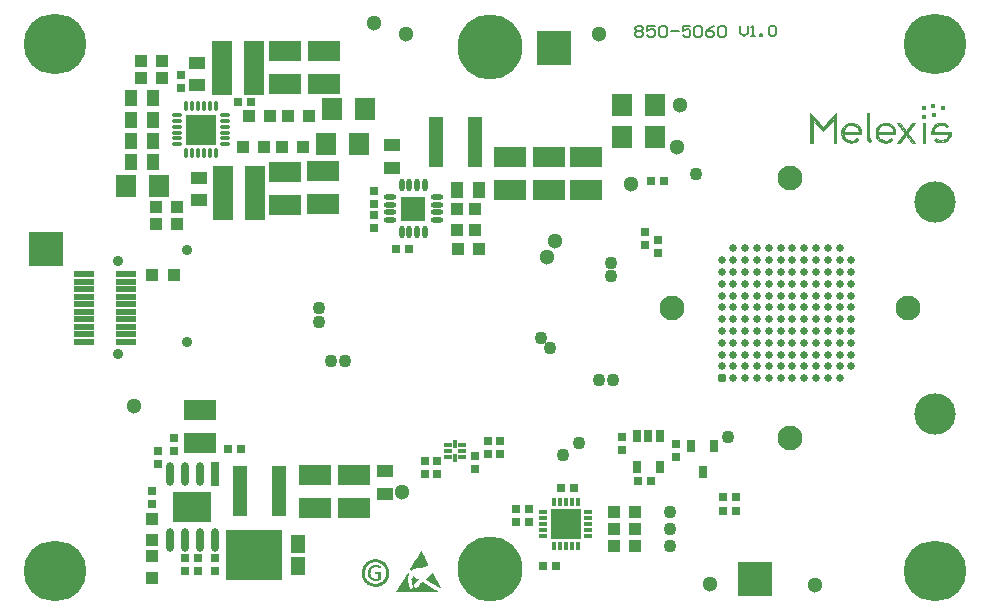
<source format=gts>
G04 Layer_Color=8388736*
%FSLAX44Y44*%
%MOMM*%
G71*
G01*
G75*
%ADD53C,0.2000*%
%ADD94C,0.1016*%
%ADD95R,3.2500X2.5500*%
%ADD96R,3.0000X3.0000*%
%ADD97R,0.3302X0.3302*%
%ADD98R,2.8000X1.7000*%
%ADD99R,0.7000X0.7000*%
%ADD100R,1.0000X1.1000*%
%ADD101R,0.7000X2.0000*%
%ADD102O,0.7000X2.0000*%
%ADD103R,1.2500X1.5500*%
%ADD104R,4.7500X4.2500*%
%ADD105R,0.7000X0.7000*%
%ADD106R,1.7000X0.5000*%
%ADD107R,1.7000X0.5000*%
%ADD108R,1.1000X1.0000*%
%ADD109R,1.3000X4.3000*%
%ADD110R,1.1000X1.4000*%
%ADD111R,1.7000X4.6000*%
%ADD112R,2.5000X2.5000*%
%ADD113O,0.9000X0.3500*%
%ADD114O,0.3500X0.9000*%
%ADD115R,1.4000X1.1000*%
%ADD116R,2.0500X2.0500*%
%ADD117O,0.4500X1.1000*%
%ADD118O,1.1000X0.4500*%
%ADD119C,1.1000*%
%ADD120R,1.7000X1.9000*%
%ADD121R,0.8000X1.1000*%
%ADD122R,0.8000X1.1000*%
%ADD123R,0.6500X0.3500*%
%ADD124R,0.3500X0.6500*%
%ADD125R,0.7500X0.3500*%
%ADD126R,0.3500X0.7500*%
%ADD127R,2.5500X2.5500*%
%ADD128R,0.7500X1.0000*%
%ADD129C,0.6400*%
G04:AMPARAMS|DCode=130|XSize=0.7mm|YSize=0.7mm|CornerRadius=0.2mm|HoleSize=0mm|Usage=FLASHONLY|Rotation=0.000|XOffset=0mm|YOffset=0mm|HoleType=Round|Shape=RoundedRectangle|*
%AMROUNDEDRECTD130*
21,1,0.7000,0.3000,0,0,0.0*
21,1,0.3000,0.7000,0,0,0.0*
1,1,0.4000,0.1500,-0.1500*
1,1,0.4000,-0.1500,-0.1500*
1,1,0.4000,-0.1500,0.1500*
1,1,0.4000,0.1500,0.1500*
%
%ADD130ROUNDEDRECTD130*%
%ADD131O,5.3000X5.1000*%
%ADD132C,5.5000*%
%ADD133C,1.3000*%
%ADD134C,0.9000*%
%ADD135C,2.1000*%
%ADD136C,3.5000*%
G36*
X326443Y25563D02*
X326581Y25517D01*
X326764Y25379D01*
X326993Y25242D01*
X327451Y24967D01*
X327635Y24829D01*
X327726Y24692D01*
X327681Y24600D01*
X327543Y24371D01*
X327360Y24004D01*
X327131Y23500D01*
X326902Y22905D01*
X326627Y22263D01*
X326398Y21576D01*
X326214Y20889D01*
Y20797D01*
Y20660D01*
Y20522D01*
X326260Y20293D01*
X326306Y20018D01*
Y19697D01*
X326398Y19377D01*
X326443Y18964D01*
X326535Y18506D01*
X326627Y18002D01*
X326764Y17452D01*
X326947Y16902D01*
X327085Y16261D01*
X327543Y14840D01*
X327910Y13420D01*
Y13374D01*
X327955Y13282D01*
X328001Y13099D01*
X328093Y12916D01*
X328276Y12595D01*
X328368Y12457D01*
X328459Y12412D01*
X329330Y12091D01*
X329788D01*
X329834Y12137D01*
X329972Y12183D01*
X330063Y12320D01*
X330201Y12503D01*
X330338Y12824D01*
X330430Y13237D01*
X330476Y13786D01*
Y14015D01*
Y14107D01*
Y14290D01*
X330430Y14611D01*
X330384Y15023D01*
X330247Y15436D01*
X330109Y15894D01*
X329880Y16307D01*
X329559Y16673D01*
Y16719D01*
X329605Y16856D01*
Y17040D01*
X329651Y17269D01*
X329697Y17773D01*
X329742Y18002D01*
Y18185D01*
Y18323D01*
Y18369D01*
Y18506D01*
X329697Y18689D01*
Y18964D01*
X329605Y19285D01*
X329513Y19651D01*
X329376Y20064D01*
X329193Y20522D01*
X329284Y20568D01*
X329468Y20751D01*
X329742Y21026D01*
X330063Y21347D01*
X330430Y21714D01*
X330705Y22126D01*
X330934Y22492D01*
X331071Y22813D01*
X331209D01*
X331300Y22722D01*
X331392Y22630D01*
X331575Y22492D01*
X332079Y22126D01*
X332675Y21668D01*
X333362Y21209D01*
X334050Y20797D01*
X334783Y20431D01*
X335470Y20155D01*
Y20018D01*
X335424Y19926D01*
X335287Y19789D01*
X335058Y19514D01*
X334874Y19331D01*
X334645Y19102D01*
X334370Y18781D01*
X334050Y18460D01*
X333683Y18094D01*
X333225Y17635D01*
X332721Y17131D01*
X332125Y16581D01*
Y16536D01*
X332079Y16444D01*
X332034Y16261D01*
X331942Y16077D01*
X331804Y15665D01*
X331759Y15482D01*
Y15298D01*
Y13924D01*
Y13878D01*
X331804Y13786D01*
X331850Y13741D01*
X332217Y13237D01*
X332583Y12961D01*
X333087D01*
X333271Y13007D01*
X333546Y13099D01*
X333866Y13237D01*
X334187Y13374D01*
X334508Y13557D01*
X334829Y13741D01*
X335012Y14015D01*
X335562Y14840D01*
Y14886D01*
X335608Y14932D01*
X335837Y15207D01*
X336112Y15619D01*
X336524Y16123D01*
X336982Y16627D01*
X337532Y17223D01*
X338174Y17727D01*
X338815Y18185D01*
X338861Y18139D01*
X338953Y18094D01*
X339182Y17956D01*
X339411Y17819D01*
X339732Y17635D01*
X340098Y17406D01*
X340510Y17131D01*
X341015Y16811D01*
X342068Y16169D01*
X343260Y15436D01*
X344497Y14657D01*
X345826Y13832D01*
X347109Y13007D01*
X348392Y12228D01*
X349583Y11495D01*
X350637Y10808D01*
X351095Y10533D01*
X351508Y10258D01*
X351920Y10029D01*
X352241Y9800D01*
X352470Y9617D01*
X352653Y9525D01*
X352791Y9433D01*
X352836Y9388D01*
Y9296D01*
X316683D01*
X316592Y9342D01*
X316500Y9388D01*
X316454Y9525D01*
X326306Y25608D01*
X326398D01*
X326443Y25563D01*
D02*
G37*
G36*
X299811Y37229D02*
X300246Y37181D01*
X300729Y37084D01*
X301260Y36988D01*
X301840Y36843D01*
X302516Y36649D01*
X303144Y36456D01*
X303869Y36166D01*
X304545Y35828D01*
X305270Y35442D01*
X305946Y34959D01*
X306623Y34475D01*
X307299Y33847D01*
X307347Y33799D01*
X307444Y33702D01*
X307637Y33509D01*
X307830Y33219D01*
X308072Y32881D01*
X308362Y32495D01*
X308700Y32060D01*
X309038Y31528D01*
X309328Y30949D01*
X309666Y30321D01*
X309956Y29644D01*
X310198Y28920D01*
X310391Y28098D01*
X310584Y27277D01*
X310681Y26456D01*
X310729Y25538D01*
Y25489D01*
Y25345D01*
Y25055D01*
X310681Y24717D01*
X310632Y24282D01*
X310536Y23799D01*
X310439Y23267D01*
X310294Y22639D01*
X310101Y22011D01*
X309908Y21335D01*
X309618Y20659D01*
X309280Y19934D01*
X308893Y19209D01*
X308410Y18533D01*
X307927Y17856D01*
X307299Y17180D01*
X307251Y17132D01*
X307154Y17035D01*
X306961Y16890D01*
X306671Y16649D01*
X306333Y16407D01*
X305946Y16117D01*
X305511Y15827D01*
X304980Y15489D01*
X304400Y15199D01*
X303772Y14861D01*
X303096Y14571D01*
X302371Y14330D01*
X301550Y14088D01*
X300729Y13943D01*
X299907Y13847D01*
X298990Y13798D01*
X298506D01*
X298168Y13847D01*
X297733Y13895D01*
X297250Y13992D01*
X296719Y14088D01*
X296139Y14233D01*
X295463Y14378D01*
X294835Y14620D01*
X294110Y14909D01*
X293434Y15248D01*
X292709Y15634D01*
X292033Y16069D01*
X291356Y16600D01*
X290680Y17180D01*
X290632Y17228D01*
X290535Y17325D01*
X290342Y17518D01*
X290149Y17808D01*
X289907Y18146D01*
X289617Y18533D01*
X289279Y18968D01*
X288989Y19499D01*
X288651Y20079D01*
X288313Y20707D01*
X288023Y21431D01*
X287781Y22156D01*
X287588Y22929D01*
X287395Y23750D01*
X287298Y24620D01*
X287250Y25538D01*
Y25586D01*
Y25779D01*
Y26021D01*
X287298Y26359D01*
X287347Y26794D01*
X287443Y27277D01*
X287540Y27808D01*
X287685Y28388D01*
X287878Y29065D01*
X288071Y29693D01*
X288361Y30417D01*
X288699Y31094D01*
X289086Y31818D01*
X289569Y32495D01*
X290100Y33171D01*
X290680Y33847D01*
X290728Y33896D01*
X290825Y33992D01*
X291018Y34186D01*
X291308Y34379D01*
X291646Y34620D01*
X292033Y34910D01*
X292468Y35248D01*
X292999Y35587D01*
X293579Y35876D01*
X294207Y36214D01*
X294883Y36504D01*
X295656Y36746D01*
X296429Y36939D01*
X297250Y37132D01*
X298072Y37229D01*
X298990Y37277D01*
X299473D01*
X299811Y37229D01*
D02*
G37*
G36*
X337990Y44212D02*
X338036Y44166D01*
X338082Y44074D01*
X338174Y43891D01*
X338311Y43616D01*
X338494Y43250D01*
X338723Y42791D01*
X339044Y42196D01*
X339411Y41417D01*
X339869Y40500D01*
X340144Y39996D01*
X340465Y39446D01*
X340785Y38805D01*
X341106Y38118D01*
X341473Y37430D01*
X341885Y36651D01*
X342343Y35781D01*
X342802Y34910D01*
X343260Y33948D01*
X343810Y32940D01*
Y32894D01*
X343764Y32802D01*
X343672Y32665D01*
X343535Y32482D01*
X343397Y32207D01*
X343122Y31978D01*
X342847Y31703D01*
X342481Y31428D01*
X342023Y31107D01*
X341519Y30832D01*
X340877Y30603D01*
X340144Y30374D01*
X339319Y30145D01*
X338403Y30007D01*
X337349Y29915D01*
X336157Y29870D01*
X335699D01*
X335378Y29824D01*
X335012Y29778D01*
X334554Y29732D01*
X334095Y29641D01*
X333546Y29549D01*
X332446Y29228D01*
X331300Y28770D01*
X330751Y28495D01*
X330247Y28174D01*
X329742Y27762D01*
X329330Y27304D01*
X329284Y27350D01*
X329147Y27441D01*
X328964Y27533D01*
X328734Y27716D01*
X328230Y28037D01*
X328047Y28220D01*
X327910Y28358D01*
X327955Y28403D01*
X328001Y28541D01*
X328139Y28724D01*
X328322Y29045D01*
X328551Y29366D01*
X328780Y29824D01*
X329101Y30282D01*
X329422Y30786D01*
X329788Y31382D01*
X330155Y31978D01*
X330980Y33306D01*
X331850Y34727D01*
X332767Y36193D01*
X333683Y37659D01*
X334554Y39126D01*
X335378Y40455D01*
X336112Y41646D01*
X336478Y42196D01*
X336753Y42700D01*
X337028Y43112D01*
X337257Y43479D01*
X337486Y43800D01*
X337624Y44029D01*
X337715Y44212D01*
X337761Y44258D01*
X337990D01*
Y44212D01*
D02*
G37*
G36*
X354715Y12412D02*
X354669D01*
X354624Y12366D01*
X354578Y12274D01*
X354532D01*
X354440Y12366D01*
X354303Y12457D01*
X354074Y12549D01*
X353799Y12732D01*
X353478Y12916D01*
X352699Y13328D01*
X351828Y13878D01*
X350775Y14474D01*
X349675Y15115D01*
X348529Y15757D01*
X347384Y16444D01*
X346284Y17085D01*
X345184Y17727D01*
X344176Y18323D01*
X343352Y18827D01*
X342939Y19102D01*
X342618Y19285D01*
X342343Y19468D01*
X342114Y19606D01*
X341931Y19743D01*
X341794Y19835D01*
Y20155D01*
X343993Y21943D01*
X344039Y21988D01*
X344176Y22126D01*
X344360Y22355D01*
X344589Y22676D01*
X344909Y23088D01*
X345276Y23592D01*
X345688Y24234D01*
X346101Y24921D01*
X347613Y25379D01*
X354715Y12412D01*
D02*
G37*
%LPC*%
G36*
X298990Y34717D02*
X298603D01*
X298361Y34669D01*
X298023Y34620D01*
X297637Y34572D01*
X296767Y34379D01*
X295704Y34041D01*
X294641Y33557D01*
X294062Y33268D01*
X293530Y32929D01*
X292999Y32495D01*
X292468Y32011D01*
X292419Y31963D01*
X292371Y31867D01*
X292226Y31722D01*
X292033Y31528D01*
X291840Y31287D01*
X291646Y30949D01*
X291405Y30610D01*
X291163Y30176D01*
X290632Y29258D01*
X290245Y28147D01*
X289907Y26890D01*
X289859Y26214D01*
X289811Y25538D01*
Y25489D01*
Y25393D01*
Y25151D01*
X289859Y24910D01*
X289907Y24572D01*
X289955Y24185D01*
X290149Y23315D01*
X290438Y22253D01*
X290922Y21190D01*
X291260Y20610D01*
X291598Y20079D01*
X291985Y19547D01*
X292468Y19016D01*
X292516Y18968D01*
X292612Y18919D01*
X292757Y18774D01*
X292951Y18581D01*
X293192Y18388D01*
X293530Y18195D01*
X293869Y17953D01*
X294303Y17711D01*
X295270Y17180D01*
X296381Y16794D01*
X297637Y16455D01*
X298265Y16407D01*
X298990Y16359D01*
X299376D01*
X299618Y16407D01*
X299956Y16455D01*
X300342Y16504D01*
X301212Y16697D01*
X302226Y16987D01*
X303337Y17470D01*
X303869Y17808D01*
X304400Y18146D01*
X304932Y18533D01*
X305463Y19016D01*
X305511Y19064D01*
X305560Y19161D01*
X305705Y19306D01*
X305898Y19499D01*
X306091Y19741D01*
X306333Y20079D01*
X306574Y20417D01*
X306816Y20852D01*
X307299Y21818D01*
X307734Y22929D01*
X308072Y24185D01*
X308120Y24813D01*
X308169Y25538D01*
Y25586D01*
Y25683D01*
Y25924D01*
X308120Y26166D01*
X308072Y26504D01*
X308024Y26890D01*
X307830Y27760D01*
X307492Y28775D01*
X307009Y29838D01*
X306719Y30417D01*
X306381Y30949D01*
X305946Y31480D01*
X305463Y32011D01*
X305415Y32060D01*
X305366Y32108D01*
X305173Y32253D01*
X304980Y32446D01*
X304739Y32640D01*
X304400Y32881D01*
X304062Y33123D01*
X303676Y33364D01*
X302710Y33847D01*
X301598Y34282D01*
X300342Y34620D01*
X299714Y34669D01*
X298990Y34717D01*
D02*
G37*
%LPD*%
G36*
X300197Y32156D02*
X300729Y32060D01*
X300874D01*
X301164Y32011D01*
X301550Y31915D01*
X301985Y31770D01*
X302033D01*
X302081Y31722D01*
X302275Y31673D01*
X302565Y31528D01*
X302806Y31384D01*
X302854D01*
X302999Y31287D01*
X303144Y31190D01*
X303289Y31094D01*
X303337D01*
X303386Y30997D01*
X303482Y30755D01*
Y30707D01*
X303531Y30610D01*
Y30466D01*
Y30176D01*
Y30127D01*
Y30079D01*
X303482Y29789D01*
Y29741D01*
Y29693D01*
X303434Y29499D01*
Y29451D01*
X303337Y29354D01*
X303289D01*
X303193Y29306D01*
X303144D01*
X303096Y29354D01*
X302951Y29403D01*
X302758Y29499D01*
X302710Y29548D01*
X302565Y29644D01*
X302323Y29741D01*
X301985Y29886D01*
X301888Y29934D01*
X301647Y30031D01*
X301308Y30176D01*
X300825Y30272D01*
X300777D01*
X300729Y30321D01*
X300584D01*
X300390Y30369D01*
X299907Y30417D01*
X299231Y30466D01*
X298845D01*
X298603Y30417D01*
X297975Y30321D01*
X297299Y30079D01*
X297250D01*
X297154Y30031D01*
X297009Y29934D01*
X296815Y29838D01*
X296381Y29548D01*
X295898Y29113D01*
Y29065D01*
X295801Y29016D01*
X295704Y28871D01*
X295560Y28678D01*
X295270Y28195D01*
X294980Y27567D01*
Y27519D01*
X294931Y27422D01*
X294883Y27229D01*
X294835Y26987D01*
X294786Y26649D01*
X294738Y26311D01*
X294690Y25538D01*
Y25489D01*
Y25345D01*
Y25103D01*
X294738Y24813D01*
X294835Y24137D01*
X295028Y23412D01*
Y23364D01*
X295076Y23267D01*
X295173Y23074D01*
X295270Y22881D01*
X295560Y22349D01*
X295946Y21818D01*
X295994Y21770D01*
X296043Y21721D01*
X296187Y21625D01*
X296381Y21480D01*
X296815Y21142D01*
X297395Y20852D01*
X297444D01*
X297540Y20803D01*
X297733Y20755D01*
X297927Y20707D01*
X298506Y20610D01*
X299231Y20562D01*
X299618D01*
X299956Y20610D01*
X300390Y20707D01*
X300439D01*
X300487Y20755D01*
X300729Y20803D01*
X301067Y20948D01*
X301453Y21093D01*
Y24620D01*
X298410D01*
X298361Y24668D01*
X298313Y24765D01*
Y24813D01*
X298265Y24862D01*
X298216Y25055D01*
Y25103D01*
Y25151D01*
Y25441D01*
Y25489D01*
Y25538D01*
Y25779D01*
Y25828D01*
X298265Y25876D01*
Y25973D01*
X298313Y26021D01*
X298361Y26069D01*
X298410Y26166D01*
X298458Y26214D01*
X303048D01*
X303193Y26166D01*
X303337Y26069D01*
X303386Y26021D01*
X303434Y25924D01*
X303482Y25779D01*
X303531Y25489D01*
Y20417D01*
Y20369D01*
Y20272D01*
X303434Y19982D01*
Y19934D01*
X303386Y19885D01*
X303289Y19789D01*
X303096Y19741D01*
X303048Y19692D01*
X302854Y19644D01*
X302565Y19499D01*
X302226Y19354D01*
X302130D01*
X301936Y19257D01*
X301598Y19161D01*
X301212Y19064D01*
X301115D01*
X300922Y19016D01*
X300584Y18968D01*
X300197Y18871D01*
X299859D01*
X299521Y18823D01*
X298893D01*
X298603Y18871D01*
X298216D01*
X297782Y18919D01*
X297347Y19016D01*
X296381Y19306D01*
X296332D01*
X296187Y19402D01*
X295946Y19499D01*
X295656Y19644D01*
X294980Y20079D01*
X294255Y20610D01*
X294207Y20659D01*
X294110Y20755D01*
X293965Y20948D01*
X293772Y21190D01*
X293579Y21480D01*
X293337Y21866D01*
X292951Y22687D01*
Y22736D01*
X292902Y22881D01*
X292806Y23171D01*
X292757Y23509D01*
X292661Y23895D01*
X292564Y24378D01*
X292516Y24862D01*
Y25441D01*
Y25489D01*
Y25683D01*
X292564Y25973D01*
Y26359D01*
X292612Y26794D01*
X292709Y27229D01*
X292999Y28195D01*
X293047Y28243D01*
X293096Y28437D01*
X293192Y28678D01*
X293386Y28968D01*
X293820Y29644D01*
X294400Y30369D01*
X294448Y30417D01*
X294545Y30514D01*
X294738Y30707D01*
X294980Y30900D01*
X295270Y31094D01*
X295656Y31335D01*
X296477Y31722D01*
X296526D01*
X296671Y31818D01*
X296961Y31867D01*
X297299Y31963D01*
X297685Y32060D01*
X298168Y32108D01*
X298651Y32205D01*
X299714D01*
X300197Y32156D01*
D02*
G37*
D53*
X519000Y487331D02*
X520666Y488997D01*
X523998D01*
X525664Y487331D01*
Y485664D01*
X523998Y483998D01*
X525664Y482332D01*
Y480666D01*
X523998Y479000D01*
X520666D01*
X519000Y480666D01*
Y482332D01*
X520666Y483998D01*
X519000Y485664D01*
Y487331D01*
X520666Y483998D02*
X523998D01*
X535661Y488997D02*
X528997D01*
Y483998D01*
X532329Y485664D01*
X533995D01*
X535661Y483998D01*
Y480666D01*
X533995Y479000D01*
X530663D01*
X528997Y480666D01*
X538994Y487331D02*
X540660Y488997D01*
X543992D01*
X545658Y487331D01*
Y480666D01*
X543992Y479000D01*
X540660D01*
X538994Y480666D01*
Y487331D01*
X548990Y483998D02*
X555655D01*
X565652Y488997D02*
X558987D01*
Y483998D01*
X562319Y485664D01*
X563985D01*
X565652Y483998D01*
Y480666D01*
X563985Y479000D01*
X560653D01*
X558987Y480666D01*
X568984Y487331D02*
X570650Y488997D01*
X573982D01*
X575648Y487331D01*
Y480666D01*
X573982Y479000D01*
X570650D01*
X568984Y480666D01*
Y487331D01*
X585645Y488997D02*
X582313Y487331D01*
X578981Y483998D01*
Y480666D01*
X580647Y479000D01*
X583979D01*
X585645Y480666D01*
Y482332D01*
X583979Y483998D01*
X578981D01*
X588978Y487331D02*
X590644Y488997D01*
X593976D01*
X595642Y487331D01*
Y480666D01*
X593976Y479000D01*
X590644D01*
X588978Y480666D01*
Y487331D01*
X608000Y488997D02*
Y482999D01*
X610999Y480000D01*
X613998Y482999D01*
Y488997D01*
X616997Y480000D02*
X619996D01*
X618497D01*
Y488997D01*
X616997Y487498D01*
X624495Y480000D02*
Y481499D01*
X625994D01*
Y480000D01*
X624495D01*
X631992Y487498D02*
X633492Y488997D01*
X636491D01*
X637990Y487498D01*
Y481499D01*
X636491Y480000D01*
X633492D01*
X631992Y481499D01*
Y487498D01*
D94*
X668496Y389722D02*
X669258D01*
Y409280D01*
X669766D01*
X670020Y409026D01*
X677894Y401660D01*
X686784Y409280D01*
X678148Y399882D02*
X686784Y409280D01*
X677894Y399374D02*
X678148Y399882D01*
X669766Y408518D02*
X677894Y399374D01*
X669766Y408518D02*
Y408772D01*
X669258Y409788D02*
X669766Y408772D01*
X669004Y409534D02*
X669258Y409788D01*
X669004Y409534D02*
X677894Y400136D01*
X687038Y410042D01*
Y389976D02*
Y410042D01*
Y389976D02*
X687546D01*
Y389722D02*
Y389976D01*
X686784Y389722D02*
X687546D01*
X686784D02*
Y411566D01*
X687546D01*
X677894Y400898D02*
X687546Y411566D01*
X669004Y410550D02*
X677894Y400898D01*
X668750Y410550D02*
X669004D01*
X668750D02*
Y411566D01*
X669004D01*
Y389722D02*
Y411566D01*
X668242Y389722D02*
X669004D01*
X668242D02*
Y390230D01*
X667480D02*
X668242D01*
X667480Y389722D02*
Y390230D01*
Y389722D02*
X668242D01*
Y412836D01*
X667988D02*
X668242D01*
X667988D02*
X677894Y401914D01*
X687546Y412582D01*
Y389722D02*
Y412582D01*
Y389722D02*
X688308D01*
Y414360D01*
X677894Y402676D02*
X688308Y414360D01*
X667480D02*
X677894Y402676D01*
X667480Y389722D02*
Y414360D01*
X723360Y395564D02*
X723614Y395310D01*
X724376Y394294D01*
X724884Y393532D01*
X725392Y393278D01*
X726154Y392516D01*
X727170Y391754D01*
X728440Y391246D01*
X729710Y390992D01*
X732504Y391246D01*
X734536Y392008D01*
X735298Y392770D01*
X735806Y392262D01*
X735298Y391754D02*
X735806Y392262D01*
X734282Y391246D02*
X735298Y391754D01*
X733266Y390992D02*
X734282Y391246D01*
X732504Y390484D02*
X733266Y390992D01*
X729456Y390484D02*
X732504D01*
X728694Y390738D02*
X729456Y390484D01*
X727678Y390992D02*
X728694Y390738D01*
X726408Y391754D02*
X727678Y390992D01*
X724884Y392770D02*
X726408Y391754D01*
X724122Y393786D02*
X724884Y392770D01*
X723868Y393786D02*
X724122D01*
X723360Y394548D02*
X723868Y393786D01*
X723360Y394548D02*
X724376Y394802D01*
X723360Y395564D02*
X724376Y394802D01*
X722852Y396326D02*
X723360Y395564D01*
X722852Y396326D02*
X723106Y396580D01*
X724376Y395310D01*
X723868Y396580D02*
X724376Y395310D01*
X723360Y397342D02*
X723868Y396580D01*
X723106Y398866D02*
X723360Y397342D01*
X723106Y398866D02*
Y400390D01*
X723614Y401406D01*
X724122Y402676D01*
X724884Y403692D01*
X725646Y404200D01*
X726662Y405216D01*
X727932Y405470D01*
X729456Y405978D01*
X733012D01*
X733520Y405470D01*
X734790Y404962D01*
X735552Y404200D01*
X737076Y402930D01*
X737330Y402422D01*
X737838Y401152D01*
X738346Y400136D01*
X738600Y399120D01*
X738346Y398358D02*
X738600Y399120D01*
X737838Y398866D02*
X738346Y398358D01*
X737838Y398866D02*
Y399374D01*
X737584Y400644D02*
X737838Y399374D01*
X736568Y402676D02*
X737584Y400644D01*
X736060Y403438D02*
X736568Y402676D01*
X734790Y404454D02*
X736060Y403438D01*
X733774Y404962D02*
X734790Y404454D01*
X732504Y405470D02*
X733774Y404962D01*
X731234Y405724D02*
X732504Y405470D01*
X729964Y405724D02*
X731234D01*
X729202Y405470D02*
X729964Y405724D01*
X727678Y405216D02*
X729202Y405470D01*
X726916Y404454D02*
X727678Y405216D01*
X725900Y403946D02*
X726916Y404454D01*
X725392Y403184D02*
X725900Y403946D01*
X724630Y402168D02*
X725392Y403184D01*
X723868Y400644D02*
X724630Y402168D01*
X723614Y399374D02*
X723868Y400644D01*
X723614Y399374D02*
X723868Y398358D01*
X724630Y397596D01*
X724122D02*
X724630D01*
X724122D02*
Y398104D01*
X736568D01*
X736822Y397850D01*
X738092D01*
X737330Y398358D02*
X738092Y397850D01*
X736822Y398866D02*
X737330Y398358D01*
X724376Y398866D02*
X736822D01*
X724376D02*
Y399374D01*
X724630Y400390D01*
X725900Y402930D01*
X726916Y403692D01*
X727678Y404454D01*
X728948Y404708D01*
X729964Y404962D01*
X732250D01*
X734282Y403946D01*
X735298Y403184D01*
X736060Y402422D01*
X736822Y401152D01*
X737076Y399882D01*
Y398866D02*
Y399882D01*
Y398866D02*
X738346Y398104D01*
X739108Y397342D01*
X725138D02*
X739108D01*
X724376Y397088D02*
X725138Y397342D01*
X724376Y396326D02*
Y397088D01*
Y396326D02*
X724630Y395310D01*
X725138Y394802D01*
X724630Y395056D02*
X725138Y394802D01*
X724630Y395056D02*
X726408Y393278D01*
X727424Y392516D01*
X728186Y392008D01*
X727932D02*
X728186D01*
X727932D02*
X729202Y391754D01*
X730218Y391500D01*
X732250D01*
X733266Y391754D01*
X734282Y392516D01*
X735298Y393532D01*
X736568Y392262D01*
X736060Y391754D02*
X736568Y392262D01*
X735298Y391246D02*
X736060Y391754D01*
X734028Y390484D02*
X735298Y391246D01*
X732504Y389976D02*
X734028Y390484D01*
X731234Y389722D02*
X732504Y389976D01*
X729710Y389722D02*
X731234D01*
X728440Y389976D02*
X729710Y389722D01*
X727424Y390484D02*
X728440Y389976D01*
X726154Y391246D02*
X727424Y390484D01*
X724630Y392262D02*
X726154Y391246D01*
X723106Y394040D02*
X724630Y392262D01*
X722598Y395564D02*
X723106Y394040D01*
X722344Y396580D02*
X722598Y395564D01*
X722344Y396580D02*
Y399628D01*
X722852Y401406D01*
X723360Y402676D01*
X724376Y403946D01*
X726408Y405470D01*
X727424Y405978D01*
X728694Y406232D01*
X729710Y406486D01*
X732758D01*
X734282Y405978D01*
X735552Y405216D01*
X737838Y402930D01*
X738346Y401914D01*
X738854Y400644D01*
X739108Y399120D01*
Y397342D02*
Y399120D01*
X694404Y395564D02*
X694658Y395310D01*
X695420Y394294D01*
X695928Y393532D01*
X696436Y393278D01*
X697198Y392516D01*
X698214Y391754D01*
X699484Y391246D01*
X700754Y390992D01*
X703548Y391246D01*
X705580Y392008D01*
X706342Y392770D01*
X706850Y392262D01*
X706342Y391754D02*
X706850Y392262D01*
X705326Y391246D02*
X706342Y391754D01*
X704310Y390992D02*
X705326Y391246D01*
X703548Y390484D02*
X704310Y390992D01*
X700500Y390484D02*
X703548D01*
X699738Y390738D02*
X700500Y390484D01*
X698722Y390992D02*
X699738Y390738D01*
X697452Y391754D02*
X698722Y390992D01*
X695928Y392770D02*
X697452Y391754D01*
X695166Y393786D02*
X695928Y392770D01*
X694912Y393786D02*
X695166D01*
X694404Y394548D02*
X694912Y393786D01*
X694404Y394548D02*
X695420Y394802D01*
X694404Y395564D02*
X695420Y394802D01*
X693896Y396326D02*
X694404Y395564D01*
X693896Y396326D02*
X694150Y396580D01*
X695420Y395310D01*
X694912Y396580D02*
X695420Y395310D01*
X694404Y397342D02*
X694912Y396580D01*
X694150Y398866D02*
X694404Y397342D01*
X694150Y398866D02*
Y400390D01*
X694658Y401406D01*
X695166Y402676D01*
X695928Y403692D01*
X696690Y404200D01*
X697706Y405216D01*
X698976Y405470D01*
X700500Y405978D01*
X704056D01*
X704564Y405470D01*
X705834Y404962D01*
X706596Y404200D01*
X708120Y402930D01*
X708374Y402422D01*
X708882Y401152D01*
X709390Y400136D01*
X709644Y399120D01*
X709390Y398358D02*
X709644Y399120D01*
X708882Y398866D02*
X709390Y398358D01*
X708882Y398866D02*
Y399374D01*
X708628Y400644D02*
X708882Y399374D01*
X707612Y402676D02*
X708628Y400644D01*
X707104Y403438D02*
X707612Y402676D01*
X705834Y404454D02*
X707104Y403438D01*
X704818Y404962D02*
X705834Y404454D01*
X703548Y405470D02*
X704818Y404962D01*
X702278Y405724D02*
X703548Y405470D01*
X701008Y405724D02*
X702278D01*
X700246Y405470D02*
X701008Y405724D01*
X698722Y405216D02*
X700246Y405470D01*
X697960Y404454D02*
X698722Y405216D01*
X696944Y403946D02*
X697960Y404454D01*
X696436Y403184D02*
X696944Y403946D01*
X695674Y402168D02*
X696436Y403184D01*
X694912Y400644D02*
X695674Y402168D01*
X694658Y399374D02*
X694912Y400644D01*
X694658Y399374D02*
X694912Y398358D01*
X695674Y397596D01*
X695166D02*
X695674D01*
X695166D02*
Y398104D01*
X707612D01*
X707866Y397850D01*
X709136D01*
X708374Y398358D02*
X709136Y397850D01*
X707866Y398866D02*
X708374Y398358D01*
X695420Y398866D02*
X707866D01*
X695420D02*
Y399374D01*
X695674Y400390D01*
X696944Y402930D01*
X697960Y403692D01*
X698722Y404454D01*
X699992Y404708D01*
X701008Y404962D01*
X703294D01*
X705326Y403946D01*
X706342Y403184D01*
X707104Y402422D01*
X707866Y401152D01*
X708120Y399882D01*
Y398866D02*
Y399882D01*
Y398866D02*
X709390Y398104D01*
X710152Y397342D01*
X696182D02*
X710152D01*
X695420Y397088D02*
X696182Y397342D01*
X695420Y396326D02*
Y397088D01*
Y396326D02*
X695674Y395310D01*
X696182Y394802D01*
X695674Y395056D02*
X696182Y394802D01*
X695674Y395056D02*
X697452Y393278D01*
X698468Y392516D01*
X699230Y392008D01*
X698976D02*
X699230D01*
X698976D02*
X700246Y391754D01*
X701262Y391500D01*
X703294D01*
X704310Y391754D01*
X705326Y392516D01*
X706342Y393532D01*
X707612Y392262D01*
X707104Y391754D02*
X707612Y392262D01*
X706342Y391246D02*
X707104Y391754D01*
X705072Y390484D02*
X706342Y391246D01*
X703548Y389976D02*
X705072Y390484D01*
X702278Y389722D02*
X703548Y389976D01*
X700754Y389722D02*
X702278D01*
X699484Y389976D02*
X700754Y389722D01*
X698468Y390484D02*
X699484Y389976D01*
X697198Y391246D02*
X698468Y390484D01*
X695674Y392262D02*
X697198Y391246D01*
X694150Y394040D02*
X695674Y392262D01*
X693642Y395564D02*
X694150Y394040D01*
X693388Y396580D02*
X693642Y395564D01*
X693388Y396580D02*
Y399628D01*
X693896Y401406D01*
X694404Y402676D01*
X695420Y403946D01*
X697452Y405470D01*
X698468Y405978D01*
X699738Y406232D01*
X700754Y406486D01*
X703802D01*
X705326Y405978D01*
X706596Y405216D01*
X708882Y402930D01*
X709390Y401914D01*
X709898Y400644D01*
X710152Y399120D01*
Y397342D02*
Y399120D01*
X717264Y390992D02*
X717518Y390484D01*
X716756Y391754D02*
X717264Y390992D01*
X716248Y392770D02*
X716756Y391754D01*
X715740Y393532D02*
X716248Y392770D01*
X715740Y393532D02*
Y414106D01*
X716248D01*
Y394294D02*
Y414106D01*
Y394294D02*
X716502Y393532D01*
X717010Y392516D01*
X718026Y390992D01*
X718534Y391500D01*
X718788Y390992D01*
X717264Y389976D02*
X718788Y390992D01*
X716248Y391246D02*
X717264Y389976D01*
X715486Y392516D02*
X716248Y391246D01*
X715232Y393532D02*
X715486Y392516D01*
X715232Y393532D02*
Y414868D01*
X717010D01*
Y394294D02*
Y414868D01*
Y394294D02*
X717772Y392770D01*
X718788Y390992D01*
X742664Y390230D02*
X754602Y406232D01*
X753840D02*
X754602D01*
X741902Y390230D02*
X753840Y406232D01*
X740886Y389722D02*
X741902Y390230D01*
X740886Y389722D02*
X743172D01*
X755364Y406486D01*
X753078D02*
X755364D01*
X740886Y389722D02*
X753078Y406486D01*
X742664Y406232D02*
X755110Y389722D01*
X754094Y389976D02*
X755110Y389722D01*
X742156Y405978D02*
X754094Y389976D01*
X740886Y406486D02*
X742156Y405978D01*
X740886Y406486D02*
X743172D01*
X755872Y389468D01*
X753586D02*
X755872D01*
X740886Y406486D02*
X753586Y389468D01*
X763238Y389976D02*
Y406232D01*
X762476Y389976D02*
X763238D01*
X762476Y389722D02*
Y389976D01*
Y389722D02*
X764000D01*
Y406486D01*
X762476D02*
X764000D01*
X762476Y389722D02*
Y406486D01*
X770096Y397850D02*
X783558D01*
X785082Y397596D01*
X784574Y398104D02*
X785082Y397596D01*
X784320Y397342D02*
X784574Y398104D01*
X784320Y396072D02*
Y397342D01*
X783558Y394294D02*
X784320Y396072D01*
X783050Y393532D02*
X783558Y394294D01*
X783050Y393532D02*
X783812D01*
X784066Y395310D01*
X783812Y394548D02*
X784066Y395310D01*
X783304Y393786D02*
X783812Y394548D01*
X782288Y393024D02*
X783304Y393786D01*
X781018Y392262D02*
X782288Y393024D01*
X779748Y391754D02*
X781018Y392262D01*
X777208Y391246D02*
X779748Y391754D01*
X775430Y391500D02*
X777208Y391246D01*
X773652Y392770D02*
X775430Y391500D01*
X773652Y392770D02*
X774160Y392008D01*
X773398Y392770D02*
X774160Y392008D01*
X772890Y393024D02*
X773398Y392770D01*
X772890Y392008D02*
Y393024D01*
Y392008D02*
X774922Y390992D01*
X777208Y390484D01*
X778986Y390738D01*
X781526Y391500D01*
X783304Y392770D01*
X784574Y394548D01*
X785590Y397088D01*
X785336Y397596D02*
X785590Y397088D01*
X785082Y396834D02*
X785336Y397596D01*
X784828Y395056D02*
X785082Y396834D01*
X784828Y395056D02*
X785082Y396072D01*
X784828Y396834D02*
X785082Y396072D01*
X784828Y396834D02*
X785336Y397596D01*
X785590Y398358D01*
X771620D02*
X785590D01*
X771112Y397850D02*
X771620Y398358D01*
X771112Y397850D02*
Y399120D01*
X770350Y397596D02*
X771112Y399120D01*
X770350Y397596D02*
X770604Y398866D01*
X770858Y399882D01*
X771112Y401152D01*
Y400136D02*
Y401152D01*
X770604Y400644D02*
X771112Y400136D01*
X770604Y400644D02*
X771112Y401660D01*
X772128Y402676D01*
X773144Y403438D01*
X772128Y402422D02*
X773144Y403438D01*
X771366Y402168D02*
X772128Y402422D01*
X771366Y402168D02*
X772128Y403438D01*
X773144Y403692D01*
X774922Y404962D01*
X777462Y405470D01*
X779748Y405216D01*
X780764Y404962D01*
X782034Y404200D01*
X782796Y403692D01*
X783304Y404200D01*
X782542Y404708D02*
X783304Y404200D01*
X781526Y405216D02*
X782542Y404708D01*
X779494Y405724D02*
X781526Y405216D01*
X775176Y405724D02*
X779494D01*
X772636Y404200D02*
X775176Y405724D01*
X771620Y403692D02*
X772636Y404200D01*
X770604Y402168D02*
X771620Y403692D01*
X770096Y399628D02*
X770604Y402168D01*
X769842Y397850D02*
X770096Y399628D01*
X769334Y397088D02*
X769842Y397850D01*
X769334Y397088D02*
X783558D01*
Y395564D02*
Y397088D01*
X783050Y394548D02*
X783558Y395564D01*
X782542Y393786D02*
X783050Y394548D01*
X781780Y393278D02*
X782542Y393786D01*
X780764Y392770D02*
X781780Y393278D01*
X779494Y392262D02*
X780764Y392770D01*
X778478Y392008D02*
X779494Y392262D01*
X776446Y392008D02*
X778478D01*
X775176Y392516D02*
X776446Y392008D01*
X773906Y393278D02*
X775176Y392516D01*
X773144Y393786D02*
X773906Y393278D01*
X771620Y392008D02*
X773144Y393786D01*
X771620Y392008D02*
X772636Y391246D01*
X774668Y390484D01*
X776192Y389976D01*
X778986D01*
X780510Y390484D01*
X782796Y391500D01*
X784066Y392770D01*
X785336Y394294D01*
X785844Y396072D01*
Y398866D01*
X771620D02*
X785844D01*
X771620D02*
Y400136D01*
X771874Y401152D01*
X772636Y402422D01*
X773906Y403692D01*
X775176Y404200D01*
X776192Y404708D01*
X778986D01*
X780002Y404454D01*
X781272Y403946D01*
X782796Y402930D01*
X784066Y404200D01*
X783050Y404962D02*
X784066Y404200D01*
X781780Y405724D02*
X783050Y404962D01*
X780256Y406232D02*
X781780Y405724D01*
X778986Y406486D02*
X780256Y406232D01*
X776192Y406486D02*
X778986D01*
X774922Y406232D02*
X776192Y406486D01*
X772890Y405216D02*
X774922Y406232D01*
X771620Y404200D02*
X772890Y405216D01*
X770604Y403184D02*
X771620Y404200D01*
X769842Y401660D02*
X770604Y403184D01*
X769334Y399120D02*
X769842Y401660D01*
X769334Y397088D02*
Y399120D01*
X667226Y414614D02*
X667480Y414360D01*
X667226Y389722D02*
Y414614D01*
Y389722D02*
X667988D01*
X688562Y414614D02*
X688816D01*
Y389722D02*
Y414614D01*
X687546Y389722D02*
X688816D01*
X763238D02*
X764254D01*
Y406486D01*
X762222D02*
X764254D01*
X762222Y389722D02*
Y406486D01*
Y389722D02*
X762730D01*
X716248Y394294D02*
Y414106D01*
X723868Y396580D02*
X724376Y395310D01*
X715232Y393532D02*
Y414868D01*
X715740Y393532D02*
Y414106D01*
X762222Y389722D02*
X762730D01*
X762222D02*
Y406486D01*
X764254D01*
Y389722D02*
Y406486D01*
X763238Y389722D02*
X764254D01*
X687546D02*
X688816D01*
Y414614D01*
X688562D02*
X688816D01*
X667226Y389722D02*
X667988D01*
X667226D02*
Y414614D01*
X667480Y414360D01*
X769334Y397088D02*
Y399120D01*
X769842Y401660D01*
X770604Y403184D01*
X771620Y404200D01*
X772890Y405216D01*
X774922Y406232D01*
X776192Y406486D01*
X778986D01*
X780256Y406232D01*
X781780Y405724D01*
X783050Y404962D01*
X784066Y404200D01*
X782796Y402930D02*
X784066Y404200D01*
X781272Y403946D02*
X782796Y402930D01*
X780002Y404454D02*
X781272Y403946D01*
X778986Y404708D02*
X780002Y404454D01*
X776192Y404708D02*
X778986D01*
X775176Y404200D02*
X776192Y404708D01*
X773906Y403692D02*
X775176Y404200D01*
X772636Y402422D02*
X773906Y403692D01*
X771874Y401152D02*
X772636Y402422D01*
X771620Y400136D02*
X771874Y401152D01*
X771620Y398866D02*
Y400136D01*
Y398866D02*
X785844D01*
Y396072D02*
Y398866D01*
X785336Y394294D02*
X785844Y396072D01*
X784066Y392770D02*
X785336Y394294D01*
X782796Y391500D02*
X784066Y392770D01*
X780510Y390484D02*
X782796Y391500D01*
X778986Y389976D02*
X780510Y390484D01*
X776192Y389976D02*
X778986D01*
X774668Y390484D02*
X776192Y389976D01*
X772636Y391246D02*
X774668Y390484D01*
X771620Y392008D02*
X772636Y391246D01*
X771620Y392008D02*
X773144Y393786D01*
X773906Y393278D01*
X775176Y392516D01*
X776446Y392008D01*
X778478D01*
X779494Y392262D01*
X780764Y392770D01*
X781780Y393278D01*
X782542Y393786D01*
X783050Y394548D01*
X783558Y395564D01*
Y397088D01*
X769334D02*
X783558D01*
X769334D02*
X769842Y397850D01*
X770096Y399628D01*
X770604Y402168D01*
X771620Y403692D01*
X772636Y404200D01*
X775176Y405724D01*
X779494D01*
X781526Y405216D01*
X782542Y404708D01*
X783304Y404200D01*
X782796Y403692D02*
X783304Y404200D01*
X782034D02*
X782796Y403692D01*
X780764Y404962D02*
X782034Y404200D01*
X779748Y405216D02*
X780764Y404962D01*
X777462Y405470D02*
X779748Y405216D01*
X774922Y404962D02*
X777462Y405470D01*
X773144Y403692D02*
X774922Y404962D01*
X772128Y403438D02*
X773144Y403692D01*
X771366Y402168D02*
X772128Y403438D01*
X771366Y402168D02*
X772128Y402422D01*
X773144Y403438D01*
X772128Y402676D02*
X773144Y403438D01*
X771112Y401660D02*
X772128Y402676D01*
X770604Y400644D02*
X771112Y401660D01*
X770604Y400644D02*
X771112Y400136D01*
Y401152D01*
X770858Y399882D02*
X771112Y401152D01*
X770604Y398866D02*
X770858Y399882D01*
X770350Y397596D02*
X770604Y398866D01*
X770350Y397596D02*
X771112Y399120D01*
Y397850D02*
Y399120D01*
Y397850D02*
X771620Y398358D01*
X785590D01*
X785336Y397596D02*
X785590Y398358D01*
X784828Y396834D02*
X785336Y397596D01*
X784828Y396834D02*
X785082Y396072D01*
X784828Y395056D02*
X785082Y396072D01*
X784828Y395056D02*
X785082Y396834D01*
X785336Y397596D01*
X785590Y397088D01*
X784574Y394548D02*
X785590Y397088D01*
X783304Y392770D02*
X784574Y394548D01*
X781526Y391500D02*
X783304Y392770D01*
X778986Y390738D02*
X781526Y391500D01*
X777208Y390484D02*
X778986Y390738D01*
X774922Y390992D02*
X777208Y390484D01*
X772890Y392008D02*
X774922Y390992D01*
X772890Y392008D02*
Y393024D01*
X773398Y392770D01*
X774160Y392008D01*
X773652Y392770D02*
X774160Y392008D01*
X773652Y392770D02*
X775430Y391500D01*
X777208Y391246D01*
X779748Y391754D01*
X781018Y392262D01*
X782288Y393024D01*
X783304Y393786D01*
X783812Y394548D01*
X784066Y395310D01*
X783812Y393532D02*
X784066Y395310D01*
X783050Y393532D02*
X783812D01*
X783050D02*
X783558Y394294D01*
X784320Y396072D01*
Y397342D01*
X784574Y398104D01*
X785082Y397596D01*
X783558Y397850D02*
X785082Y397596D01*
X770096Y397850D02*
X783558D01*
X762476Y389722D02*
Y406486D01*
X764000D01*
Y389722D02*
Y406486D01*
X762476Y389722D02*
X764000D01*
X762476D02*
Y389976D01*
X763238D01*
Y406232D01*
X740886Y406486D02*
X753586Y389468D01*
X755872D01*
X743172Y406486D02*
X755872Y389468D01*
X740886Y406486D02*
X743172D01*
X740886D02*
X742156Y405978D01*
X754094Y389976D01*
X755110Y389722D01*
X742664Y406232D02*
X755110Y389722D01*
X740886D02*
X753078Y406486D01*
X755364D01*
X743172Y389722D02*
X755364Y406486D01*
X740886Y389722D02*
X743172D01*
X740886D02*
X741902Y390230D01*
X753840Y406232D01*
X754602D01*
X742664Y390230D02*
X754602Y406232D01*
X717772Y392770D02*
X718788Y390992D01*
X717010Y394294D02*
X717772Y392770D01*
X717010Y394294D02*
Y414868D01*
X715232D02*
X717010D01*
X715232Y393532D02*
X715486Y392516D01*
X716248Y391246D01*
X717264Y389976D01*
X718788Y390992D01*
X718534Y391500D02*
X718788Y390992D01*
X718026D02*
X718534Y391500D01*
X717010Y392516D02*
X718026Y390992D01*
X716502Y393532D02*
X717010Y392516D01*
X716248Y394294D02*
X716502Y393532D01*
X715740Y414106D02*
X716248D01*
X715740Y393532D02*
X716248Y392770D01*
X716756Y391754D01*
X717264Y390992D01*
X717518Y390484D01*
X710152Y397342D02*
Y399120D01*
X709898Y400644D02*
X710152Y399120D01*
X709390Y401914D02*
X709898Y400644D01*
X708882Y402930D02*
X709390Y401914D01*
X706596Y405216D02*
X708882Y402930D01*
X705326Y405978D02*
X706596Y405216D01*
X703802Y406486D02*
X705326Y405978D01*
X700754Y406486D02*
X703802D01*
X699738Y406232D02*
X700754Y406486D01*
X698468Y405978D02*
X699738Y406232D01*
X697452Y405470D02*
X698468Y405978D01*
X695420Y403946D02*
X697452Y405470D01*
X694404Y402676D02*
X695420Y403946D01*
X693896Y401406D02*
X694404Y402676D01*
X693388Y399628D02*
X693896Y401406D01*
X693388Y396580D02*
Y399628D01*
Y396580D02*
X693642Y395564D01*
X694150Y394040D01*
X695674Y392262D01*
X697198Y391246D01*
X698468Y390484D01*
X699484Y389976D01*
X700754Y389722D01*
X702278D01*
X703548Y389976D01*
X705072Y390484D01*
X706342Y391246D01*
X707104Y391754D01*
X707612Y392262D01*
X706342Y393532D02*
X707612Y392262D01*
X705326Y392516D02*
X706342Y393532D01*
X704310Y391754D02*
X705326Y392516D01*
X703294Y391500D02*
X704310Y391754D01*
X701262Y391500D02*
X703294D01*
X700246Y391754D02*
X701262Y391500D01*
X698976Y392008D02*
X700246Y391754D01*
X698976Y392008D02*
X699230D01*
X698468Y392516D02*
X699230Y392008D01*
X697452Y393278D02*
X698468Y392516D01*
X695674Y395056D02*
X697452Y393278D01*
X695674Y395056D02*
X696182Y394802D01*
X695674Y395310D02*
X696182Y394802D01*
X695420Y396326D02*
X695674Y395310D01*
X695420Y396326D02*
Y397088D01*
X696182Y397342D01*
X710152D01*
X709390Y398104D02*
X710152Y397342D01*
X708120Y398866D02*
X709390Y398104D01*
X708120Y398866D02*
Y399882D01*
X707866Y401152D02*
X708120Y399882D01*
X707104Y402422D02*
X707866Y401152D01*
X706342Y403184D02*
X707104Y402422D01*
X705326Y403946D02*
X706342Y403184D01*
X703294Y404962D02*
X705326Y403946D01*
X701008Y404962D02*
X703294D01*
X699992Y404708D02*
X701008Y404962D01*
X698722Y404454D02*
X699992Y404708D01*
X697960Y403692D02*
X698722Y404454D01*
X696944Y402930D02*
X697960Y403692D01*
X695674Y400390D02*
X696944Y402930D01*
X695420Y399374D02*
X695674Y400390D01*
X695420Y398866D02*
Y399374D01*
Y398866D02*
X707866D01*
X708374Y398358D01*
X709136Y397850D01*
X707866D02*
X709136D01*
X707612Y398104D02*
X707866Y397850D01*
X695166Y398104D02*
X707612D01*
X695166Y397596D02*
Y398104D01*
Y397596D02*
X695674D01*
X694912Y398358D02*
X695674Y397596D01*
X694658Y399374D02*
X694912Y398358D01*
X694658Y399374D02*
X694912Y400644D01*
X695674Y402168D01*
X696436Y403184D01*
X696944Y403946D01*
X697960Y404454D01*
X698722Y405216D01*
X700246Y405470D01*
X701008Y405724D01*
X702278D01*
X703548Y405470D01*
X704818Y404962D01*
X705834Y404454D01*
X707104Y403438D01*
X707612Y402676D01*
X708628Y400644D01*
X708882Y399374D01*
Y398866D02*
Y399374D01*
Y398866D02*
X709390Y398358D01*
X709644Y399120D01*
X709390Y400136D02*
X709644Y399120D01*
X708882Y401152D02*
X709390Y400136D01*
X708374Y402422D02*
X708882Y401152D01*
X708120Y402930D02*
X708374Y402422D01*
X706596Y404200D02*
X708120Y402930D01*
X705834Y404962D02*
X706596Y404200D01*
X704564Y405470D02*
X705834Y404962D01*
X704056Y405978D02*
X704564Y405470D01*
X700500Y405978D02*
X704056D01*
X698976Y405470D02*
X700500Y405978D01*
X697706Y405216D02*
X698976Y405470D01*
X696690Y404200D02*
X697706Y405216D01*
X695928Y403692D02*
X696690Y404200D01*
X695166Y402676D02*
X695928Y403692D01*
X694658Y401406D02*
X695166Y402676D01*
X694150Y400390D02*
X694658Y401406D01*
X694150Y398866D02*
Y400390D01*
Y398866D02*
X694404Y397342D01*
X694912Y396580D01*
X695420Y395310D01*
X694150Y396580D02*
X695420Y395310D01*
X693896Y396326D02*
X694150Y396580D01*
X693896Y396326D02*
X694404Y395564D01*
X695420Y394802D01*
X694404Y394548D02*
X695420Y394802D01*
X694404Y394548D02*
X694912Y393786D01*
X695166D01*
X695928Y392770D01*
X697452Y391754D01*
X698722Y390992D01*
X699738Y390738D01*
X700500Y390484D01*
X703548D01*
X704310Y390992D01*
X705326Y391246D01*
X706342Y391754D01*
X706850Y392262D01*
X706342Y392770D02*
X706850Y392262D01*
X705580Y392008D02*
X706342Y392770D01*
X703548Y391246D02*
X705580Y392008D01*
X700754Y390992D02*
X703548Y391246D01*
X699484D02*
X700754Y390992D01*
X698214Y391754D02*
X699484Y391246D01*
X697198Y392516D02*
X698214Y391754D01*
X696436Y393278D02*
X697198Y392516D01*
X695928Y393532D02*
X696436Y393278D01*
X695420Y394294D02*
X695928Y393532D01*
X694658Y395310D02*
X695420Y394294D01*
X694404Y395564D02*
X694658Y395310D01*
X739108Y397342D02*
Y399120D01*
X738854Y400644D02*
X739108Y399120D01*
X738346Y401914D02*
X738854Y400644D01*
X737838Y402930D02*
X738346Y401914D01*
X735552Y405216D02*
X737838Y402930D01*
X734282Y405978D02*
X735552Y405216D01*
X732758Y406486D02*
X734282Y405978D01*
X729710Y406486D02*
X732758D01*
X728694Y406232D02*
X729710Y406486D01*
X727424Y405978D02*
X728694Y406232D01*
X726408Y405470D02*
X727424Y405978D01*
X724376Y403946D02*
X726408Y405470D01*
X723360Y402676D02*
X724376Y403946D01*
X722852Y401406D02*
X723360Y402676D01*
X722344Y399628D02*
X722852Y401406D01*
X722344Y396580D02*
Y399628D01*
Y396580D02*
X722598Y395564D01*
X723106Y394040D01*
X724630Y392262D01*
X726154Y391246D01*
X727424Y390484D01*
X728440Y389976D01*
X729710Y389722D01*
X731234D01*
X732504Y389976D01*
X734028Y390484D01*
X735298Y391246D01*
X736060Y391754D01*
X736568Y392262D01*
X735298Y393532D02*
X736568Y392262D01*
X734282Y392516D02*
X735298Y393532D01*
X733266Y391754D02*
X734282Y392516D01*
X732250Y391500D02*
X733266Y391754D01*
X730218Y391500D02*
X732250D01*
X729202Y391754D02*
X730218Y391500D01*
X727932Y392008D02*
X729202Y391754D01*
X727932Y392008D02*
X728186D01*
X727424Y392516D02*
X728186Y392008D01*
X726408Y393278D02*
X727424Y392516D01*
X724630Y395056D02*
X726408Y393278D01*
X724630Y395056D02*
X725138Y394802D01*
X724630Y395310D02*
X725138Y394802D01*
X724376Y396326D02*
X724630Y395310D01*
X724376Y396326D02*
Y397088D01*
X725138Y397342D01*
X739108D01*
X738346Y398104D02*
X739108Y397342D01*
X737076Y398866D02*
X738346Y398104D01*
X737076Y398866D02*
Y399882D01*
X736822Y401152D02*
X737076Y399882D01*
X736060Y402422D02*
X736822Y401152D01*
X735298Y403184D02*
X736060Y402422D01*
X734282Y403946D02*
X735298Y403184D01*
X732250Y404962D02*
X734282Y403946D01*
X729964Y404962D02*
X732250D01*
X728948Y404708D02*
X729964Y404962D01*
X727678Y404454D02*
X728948Y404708D01*
X726916Y403692D02*
X727678Y404454D01*
X725900Y402930D02*
X726916Y403692D01*
X724630Y400390D02*
X725900Y402930D01*
X724376Y399374D02*
X724630Y400390D01*
X724376Y398866D02*
Y399374D01*
Y398866D02*
X736822D01*
X737330Y398358D01*
X738092Y397850D01*
X736822D02*
X738092D01*
X736568Y398104D02*
X736822Y397850D01*
X724122Y398104D02*
X736568D01*
X724122Y397596D02*
Y398104D01*
Y397596D02*
X724630D01*
X723868Y398358D02*
X724630Y397596D01*
X723614Y399374D02*
X723868Y398358D01*
X723614Y399374D02*
X723868Y400644D01*
X724630Y402168D01*
X725392Y403184D01*
X725900Y403946D01*
X726916Y404454D01*
X727678Y405216D01*
X729202Y405470D01*
X729964Y405724D01*
X731234D01*
X732504Y405470D01*
X733774Y404962D01*
X734790Y404454D01*
X736060Y403438D01*
X736568Y402676D01*
X737584Y400644D01*
X737838Y399374D01*
Y398866D02*
Y399374D01*
Y398866D02*
X738346Y398358D01*
X738600Y399120D01*
X738346Y400136D02*
X738600Y399120D01*
X737838Y401152D02*
X738346Y400136D01*
X737330Y402422D02*
X737838Y401152D01*
X737076Y402930D02*
X737330Y402422D01*
X735552Y404200D02*
X737076Y402930D01*
X734790Y404962D02*
X735552Y404200D01*
X733520Y405470D02*
X734790Y404962D01*
X733012Y405978D02*
X733520Y405470D01*
X729456Y405978D02*
X733012D01*
X727932Y405470D02*
X729456Y405978D01*
X726662Y405216D02*
X727932Y405470D01*
X725646Y404200D02*
X726662Y405216D01*
X724884Y403692D02*
X725646Y404200D01*
X724122Y402676D02*
X724884Y403692D01*
X723614Y401406D02*
X724122Y402676D01*
X723106Y400390D02*
X723614Y401406D01*
X723106Y398866D02*
Y400390D01*
Y398866D02*
X723360Y397342D01*
X723868Y396580D01*
X723106D02*
X724376Y395310D01*
X722852Y396326D02*
X723106Y396580D01*
X722852Y396326D02*
X723360Y395564D01*
X724376Y394802D01*
X723360Y394548D02*
X724376Y394802D01*
X723360Y394548D02*
X723868Y393786D01*
X724122D01*
X724884Y392770D01*
X726408Y391754D01*
X727678Y390992D01*
X728694Y390738D01*
X729456Y390484D01*
X732504D01*
X733266Y390992D01*
X734282Y391246D01*
X735298Y391754D01*
X735806Y392262D01*
X735298Y392770D02*
X735806Y392262D01*
X734536Y392008D02*
X735298Y392770D01*
X732504Y391246D02*
X734536Y392008D01*
X729710Y390992D02*
X732504Y391246D01*
X728440D02*
X729710Y390992D01*
X727170Y391754D02*
X728440Y391246D01*
X726154Y392516D02*
X727170Y391754D01*
X725392Y393278D02*
X726154Y392516D01*
X724884Y393532D02*
X725392Y393278D01*
X724376Y394294D02*
X724884Y393532D01*
X723614Y395310D02*
X724376Y394294D01*
X723360Y395564D02*
X723614Y395310D01*
X667480Y389722D02*
Y414360D01*
X677894Y402676D01*
X688308Y414360D01*
Y389722D02*
Y414360D01*
X687546Y389722D02*
X688308D01*
X687546D02*
Y412582D01*
X677894Y401914D02*
X687546Y412582D01*
X667988Y412836D02*
X677894Y401914D01*
X667988Y412836D02*
X668242D01*
Y389722D02*
Y412836D01*
X667480Y389722D02*
X668242D01*
X667480D02*
Y390230D01*
X668242D01*
Y389722D02*
Y390230D01*
Y389722D02*
X669004D01*
Y411566D01*
X668750D02*
X669004D01*
X668750Y410550D02*
Y411566D01*
Y410550D02*
X669004D01*
X677894Y400898D01*
X687546Y411566D01*
X686784D02*
X687546D01*
X686784Y389722D02*
Y411566D01*
Y389722D02*
X687546D01*
Y389976D01*
X687038D02*
X687546D01*
X687038D02*
Y410042D01*
X677894Y400136D02*
X687038Y410042D01*
X669004Y409534D02*
X677894Y400136D01*
X669004Y409534D02*
X669258Y409788D01*
X669766Y408772D01*
Y408518D02*
Y408772D01*
Y408518D02*
X677894Y399374D01*
X678148Y399882D01*
X686784Y409280D01*
X677894Y401660D02*
X686784Y409280D01*
X670020Y409026D02*
X677894Y401660D01*
X669766Y409280D02*
X670020Y409026D01*
X669258Y409280D02*
X669766D01*
X669258Y389722D02*
Y409280D01*
X668496Y389722D02*
X669258D01*
D95*
X143999Y81500D02*
D03*
D96*
X20000Y300000D02*
D03*
X620000Y20000D02*
D03*
X450000Y470000D02*
D03*
D97*
X763238Y411820D02*
D03*
X763746Y418932D02*
D03*
X771620Y413598D02*
D03*
X770858Y421218D02*
D03*
X779240Y419440D02*
D03*
D03*
X770858Y421218D02*
D03*
X771620Y413598D02*
D03*
X763746Y418932D02*
D03*
X763238Y411820D02*
D03*
D98*
X280500Y108700D02*
D03*
Y80700D02*
D03*
X247500Y108700D02*
D03*
Y80700D02*
D03*
X477500Y378000D02*
D03*
Y350000D02*
D03*
X445500Y378000D02*
D03*
Y350000D02*
D03*
X413000Y378000D02*
D03*
Y350000D02*
D03*
X255000Y467500D02*
D03*
Y439500D02*
D03*
X254250Y337500D02*
D03*
Y365500D02*
D03*
X150000Y135500D02*
D03*
Y163500D02*
D03*
X222250Y467500D02*
D03*
Y439500D02*
D03*
Y337375D02*
D03*
Y365375D02*
D03*
D99*
X440500Y31250D02*
D03*
X451500D02*
D03*
X137500Y27000D02*
D03*
X148500D02*
D03*
X174500Y130500D02*
D03*
X185500D02*
D03*
X417750Y79250D02*
D03*
X428750D02*
D03*
X148500Y38000D02*
D03*
X137500D02*
D03*
X193750Y424375D02*
D03*
X182750D02*
D03*
X316000Y299750D02*
D03*
X327000D02*
D03*
X543000Y357500D02*
D03*
X532000D02*
D03*
X532250Y103500D02*
D03*
X521250D02*
D03*
X604500Y90000D02*
D03*
X593500D02*
D03*
X604500Y78000D02*
D03*
X593500D02*
D03*
X456250Y97500D02*
D03*
X467250D02*
D03*
X428750Y68750D02*
D03*
X417750D02*
D03*
D100*
X368500Y300000D02*
D03*
X386500D02*
D03*
X113000Y321000D02*
D03*
X131000D02*
D03*
X113000Y335500D02*
D03*
X131000D02*
D03*
X242500Y412000D02*
D03*
X224500D02*
D03*
X100500Y459000D02*
D03*
X118500D02*
D03*
X100500Y444500D02*
D03*
X118500D02*
D03*
X192000Y412000D02*
D03*
X210000D02*
D03*
X238000Y386250D02*
D03*
X220000D02*
D03*
X186500D02*
D03*
X204500D02*
D03*
X501000Y48000D02*
D03*
X519000D02*
D03*
X501000Y77500D02*
D03*
X519000D02*
D03*
X501000Y62750D02*
D03*
X519000D02*
D03*
X110000Y278000D02*
D03*
X128000D02*
D03*
D101*
X163050Y109300D02*
D03*
D102*
X150350D02*
D03*
X137650D02*
D03*
X124950D02*
D03*
X163050Y53700D02*
D03*
X150350D02*
D03*
X137650D02*
D03*
X124950D02*
D03*
D103*
X233500Y31301D02*
D03*
Y49699D02*
D03*
D104*
X196000Y40500D02*
D03*
D105*
X128000Y140000D02*
D03*
Y129000D02*
D03*
X394000Y137500D02*
D03*
Y126500D02*
D03*
X110000Y84000D02*
D03*
Y95000D02*
D03*
X527500Y303500D02*
D03*
Y314500D02*
D03*
X114500Y129000D02*
D03*
Y118000D02*
D03*
X163000Y38000D02*
D03*
Y27000D02*
D03*
X298000Y337500D02*
D03*
Y348500D02*
D03*
X134250Y446875D02*
D03*
Y435875D02*
D03*
X298000Y328500D02*
D03*
Y317500D02*
D03*
X538000Y307000D02*
D03*
Y296000D02*
D03*
X383500Y113500D02*
D03*
Y124500D02*
D03*
X341250Y120500D02*
D03*
Y109500D02*
D03*
X404500Y137500D02*
D03*
Y126500D02*
D03*
X351250Y120500D02*
D03*
Y109500D02*
D03*
X553000Y134500D02*
D03*
Y123500D02*
D03*
X507500Y140500D02*
D03*
Y129500D02*
D03*
D106*
X88000Y221425D02*
D03*
X52000D02*
D03*
Y227775D02*
D03*
X88000D02*
D03*
X52000Y234125D02*
D03*
X88000D02*
D03*
X52000Y240475D02*
D03*
X88000D02*
D03*
X52000Y246825D02*
D03*
X88000D02*
D03*
D107*
X52000Y253175D02*
D03*
X88000D02*
D03*
X52000Y259525D02*
D03*
X88000D02*
D03*
X52000Y265875D02*
D03*
X88000D02*
D03*
X52000Y272225D02*
D03*
X88000D02*
D03*
X52000Y278575D02*
D03*
X88000D02*
D03*
D108*
X110000Y21500D02*
D03*
Y39500D02*
D03*
X110000Y53500D02*
D03*
Y71500D02*
D03*
X368000Y315500D02*
D03*
Y333500D02*
D03*
X383500D02*
D03*
Y315500D02*
D03*
D109*
X184500Y94500D02*
D03*
X217500D02*
D03*
X383500Y390000D02*
D03*
X350500D02*
D03*
D110*
X110750Y373375D02*
D03*
X91750D02*
D03*
X387000Y350000D02*
D03*
X368000D02*
D03*
X91750Y391375D02*
D03*
X110750D02*
D03*
Y427375D02*
D03*
X91750D02*
D03*
Y409375D02*
D03*
X110750D02*
D03*
D111*
X195750Y453375D02*
D03*
X168750D02*
D03*
X169750Y347375D02*
D03*
X196750D02*
D03*
D112*
X151250Y400875D02*
D03*
D113*
X131250Y388375D02*
D03*
Y393375D02*
D03*
Y398375D02*
D03*
Y403375D02*
D03*
Y408375D02*
D03*
Y413375D02*
D03*
X171250D02*
D03*
Y408375D02*
D03*
Y403375D02*
D03*
Y398375D02*
D03*
Y393375D02*
D03*
Y388375D02*
D03*
D114*
X138750Y420875D02*
D03*
X143750D02*
D03*
X148750D02*
D03*
X153750D02*
D03*
X158750D02*
D03*
X163750D02*
D03*
Y380875D02*
D03*
X158750D02*
D03*
X153750D02*
D03*
X148750D02*
D03*
X143750D02*
D03*
X138750D02*
D03*
D115*
X313000Y368500D02*
D03*
Y387500D02*
D03*
X147750Y438375D02*
D03*
Y457375D02*
D03*
X149750Y359875D02*
D03*
Y340875D02*
D03*
X307000Y92500D02*
D03*
Y111500D02*
D03*
D116*
X331000Y334000D02*
D03*
D117*
X340750Y314000D02*
D03*
X321250D02*
D03*
X327750D02*
D03*
X334250D02*
D03*
X321250Y354000D02*
D03*
X327750D02*
D03*
X334250D02*
D03*
X340750D02*
D03*
D118*
X311000Y324250D02*
D03*
Y330750D02*
D03*
Y337250D02*
D03*
Y343750D02*
D03*
X351000D02*
D03*
Y337250D02*
D03*
Y324250D02*
D03*
Y330750D02*
D03*
D119*
X548000Y62750D02*
D03*
Y48000D02*
D03*
X457500Y125000D02*
D03*
X471250Y135250D02*
D03*
X570000Y363000D02*
D03*
X548000Y77500D02*
D03*
X261500Y205000D02*
D03*
X272750D02*
D03*
X251250Y249500D02*
D03*
X498000Y288250D02*
D03*
X251250Y238250D02*
D03*
X498000Y277000D02*
D03*
X488500Y189250D02*
D03*
X597000Y141000D02*
D03*
X499750Y189250D02*
D03*
X439000Y224250D02*
D03*
X446750Y216250D02*
D03*
D120*
X289750Y418000D02*
D03*
X261750D02*
D03*
X284750Y389000D02*
D03*
X256750D02*
D03*
X536000Y422000D02*
D03*
X508000D02*
D03*
X87500Y353500D02*
D03*
X115500D02*
D03*
X536000Y395000D02*
D03*
X508000D02*
D03*
D121*
X530000Y141250D02*
D03*
X520500D02*
D03*
X539500Y115250D02*
D03*
X520500D02*
D03*
D122*
X539500Y141250D02*
D03*
D123*
X360500Y133500D02*
D03*
X372500Y123500D02*
D03*
Y128500D02*
D03*
Y133500D02*
D03*
X360500Y123500D02*
D03*
Y128500D02*
D03*
D124*
X366500Y134500D02*
D03*
Y122500D02*
D03*
D125*
X441000Y77000D02*
D03*
Y72000D02*
D03*
Y67000D02*
D03*
Y62000D02*
D03*
Y57000D02*
D03*
X479000D02*
D03*
Y62000D02*
D03*
Y67000D02*
D03*
Y72000D02*
D03*
Y77000D02*
D03*
D126*
X450000Y48000D02*
D03*
X455000D02*
D03*
X460000D02*
D03*
X465000D02*
D03*
X470000D02*
D03*
Y86000D02*
D03*
X465000D02*
D03*
X460000D02*
D03*
X455000D02*
D03*
X450000D02*
D03*
D127*
X460000Y67000D02*
D03*
D128*
X576000Y111000D02*
D03*
X566500Y133000D02*
D03*
X585500D02*
D03*
D129*
X691950Y300350D02*
D03*
X681950D02*
D03*
X671950D02*
D03*
X661950D02*
D03*
X651950D02*
D03*
X641950D02*
D03*
X631950D02*
D03*
X621950D02*
D03*
X611950D02*
D03*
X601950D02*
D03*
X701950Y290350D02*
D03*
X691950D02*
D03*
X681950D02*
D03*
X671950D02*
D03*
X661950D02*
D03*
X651950D02*
D03*
X641950D02*
D03*
X631950D02*
D03*
X621950D02*
D03*
X611950D02*
D03*
X601950D02*
D03*
X591950D02*
D03*
X701950Y280350D02*
D03*
X691950D02*
D03*
X681950D02*
D03*
X671950D02*
D03*
X661950D02*
D03*
X651950D02*
D03*
X641950D02*
D03*
X631950D02*
D03*
X621950D02*
D03*
X611950D02*
D03*
X601950D02*
D03*
X591950D02*
D03*
X701950Y270350D02*
D03*
X691950D02*
D03*
X681950D02*
D03*
X671950D02*
D03*
X661950D02*
D03*
X651950D02*
D03*
X641950D02*
D03*
X631950D02*
D03*
X621950D02*
D03*
X611950D02*
D03*
X601950D02*
D03*
X591950D02*
D03*
X701950Y260350D02*
D03*
X691950D02*
D03*
X681950D02*
D03*
X671950D02*
D03*
X661950D02*
D03*
X651950D02*
D03*
X641950D02*
D03*
X631950D02*
D03*
X621950D02*
D03*
X611950D02*
D03*
X601950D02*
D03*
X591950D02*
D03*
X701950Y250350D02*
D03*
X691950D02*
D03*
X681950D02*
D03*
X671950D02*
D03*
X661950D02*
D03*
X651950D02*
D03*
X641950D02*
D03*
X631950D02*
D03*
X621950D02*
D03*
X611950D02*
D03*
X601950D02*
D03*
X591950D02*
D03*
X701950Y240350D02*
D03*
X691950D02*
D03*
X681950D02*
D03*
X671950D02*
D03*
X661950D02*
D03*
X651950D02*
D03*
X641950D02*
D03*
X631950D02*
D03*
X621950D02*
D03*
X611950D02*
D03*
X601950D02*
D03*
X591950D02*
D03*
X701950Y230350D02*
D03*
X691950D02*
D03*
X681950D02*
D03*
X671950D02*
D03*
X661950D02*
D03*
X651950D02*
D03*
X641950D02*
D03*
X631950D02*
D03*
X621950D02*
D03*
X611950D02*
D03*
X601950D02*
D03*
X591950D02*
D03*
X701950Y220350D02*
D03*
X691950D02*
D03*
X681950D02*
D03*
X671950D02*
D03*
X661950D02*
D03*
X651950D02*
D03*
X641950D02*
D03*
X631950D02*
D03*
X621950D02*
D03*
X611950D02*
D03*
X601950D02*
D03*
X591950D02*
D03*
X701950Y210350D02*
D03*
X691950D02*
D03*
X681950D02*
D03*
X671950D02*
D03*
X661950D02*
D03*
X651950D02*
D03*
X641950D02*
D03*
X631950D02*
D03*
X621950D02*
D03*
X611950D02*
D03*
X601950D02*
D03*
X591950D02*
D03*
X701950Y200350D02*
D03*
X691950D02*
D03*
X681950D02*
D03*
X671950D02*
D03*
X661950D02*
D03*
X651950D02*
D03*
X641950D02*
D03*
X631950D02*
D03*
X621950D02*
D03*
X611950D02*
D03*
X601950D02*
D03*
X591950D02*
D03*
X691950Y190350D02*
D03*
X681950D02*
D03*
X671950D02*
D03*
X661950D02*
D03*
X651950D02*
D03*
X641950D02*
D03*
X631950D02*
D03*
X621950D02*
D03*
X611950D02*
D03*
X601950D02*
D03*
D130*
X591950D02*
D03*
D131*
X772500Y27000D02*
D03*
X27500D02*
D03*
X772500Y473000D02*
D03*
X27500D02*
D03*
D132*
X395500Y471000D02*
D03*
Y29000D02*
D03*
D133*
X671000Y15000D02*
D03*
X324500Y481500D02*
D03*
X298000Y491250D02*
D03*
X582500Y16500D02*
D03*
X321449Y93782D02*
D03*
X94500Y166500D02*
D03*
X556750Y422000D02*
D03*
X488500Y482000D02*
D03*
X515500Y355250D02*
D03*
X554500Y386500D02*
D03*
X451250Y306250D02*
D03*
X444000Y293000D02*
D03*
D134*
X81000Y289250D02*
D03*
Y210750D02*
D03*
X139000Y299250D02*
D03*
Y220750D02*
D03*
D135*
X550000Y250000D02*
D03*
X750000Y250000D02*
D03*
X650000Y360000D02*
D03*
Y140000D02*
D03*
D136*
X772500Y160000D02*
D03*
Y340000D02*
D03*
M02*

</source>
